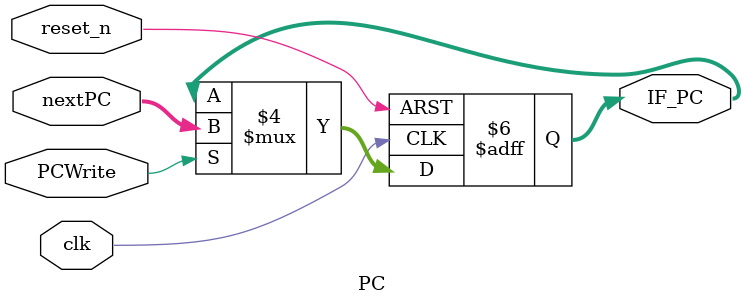
<source format=v>
`timescale 1ns / 1ps


module PC(
    input clk,
    input reset_n,
    input PCWrite,
    input [19:0] nextPC,
    output reg [19:0] IF_PC
    );
    
    always @ (posedge clk or negedge reset_n) begin
        if (!reset_n) begin
            IF_PC <= 0;
        end
        else begin
        	if (PCWrite) begin
            	IF_PC <= nextPC;
            end
            else begin
            	IF_PC <= IF_PC;
            end
        end
    end
    
endmodule


</source>
